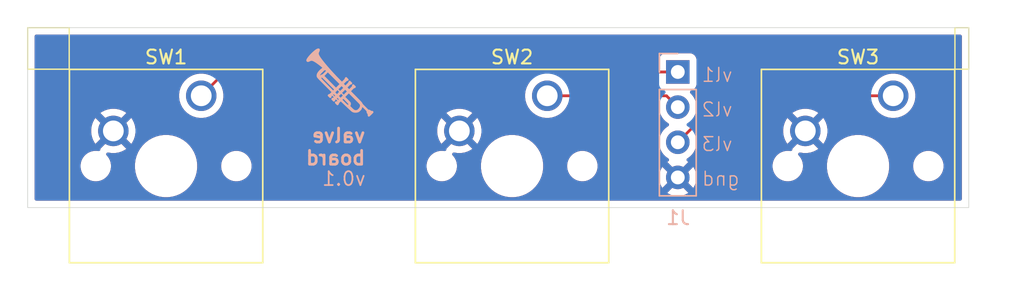
<source format=kicad_pcb>
(kicad_pcb (version 20241229) (generator "pcbnew") (generator_version "9.0")
  (layers (0 "F.Cu" signal) (2 "B.Cu" signal) (13 "F.Paste" user) (15 "B.Paste" user) (5 "F.SilkS" user "F.Silkscreen") (7 "B.SilkS" user "B.Silkscreen") (1 "F.Mask" user) (3 "B.Mask" user) (25 "Edge.Cuts" user))
  (net 0 "")
  (net 1 "/VALVE2")
  (net 2 "GND")
  (net 3 "/VALVE3")
  (net 4 "/VALVE1")
  (footprint "Button_Switch_Keyboard:SW_Cherry_MX_1.00u_PCB" (layer "F.Cu") (at 162.54 124.92)
    (property "Reference" "SW3" (at -2.54 -2.794 0) (layer "F.SilkS"))
    (property "Value" "SW_Push")
    (fp_line (start -9.525 -1.905) (end 4.445 -1.905) (stroke (width 0.12)) (layer "F.SilkS"))
    (fp_line (start -9.525 12.065) (end -9.525 -1.905) (stroke (width 0.12)) (layer "F.SilkS"))
    (fp_line (start 4.445 -1.905) (end 4.445 12.065) (stroke (width 0.12)) (layer "F.SilkS"))
    (fp_line (start 4.445 12.065) (end -9.525 12.065) (stroke (width 0.12)) (layer "F.SilkS"))
    (pad "" np_thru_hole circle (at -7.62 5.08) (size 1.7 1.7) (drill 1.7) (layers "*.Cu" "*.Mask"))
    (pad "" np_thru_hole circle (at -2.54 5.08) (size 4 4) (drill 4) (layers "*.Cu" "*.Mask"))
    (pad "" np_thru_hole circle (at 2.54 5.08) (size 1.7 1.7) (drill 1.7) (layers "*.Cu" "*.Mask"))
    (pad "1" thru_hole circle (at 0 0) (size 2.2 2.2) (drill 1.5) (layers "*.Cu" "*.Mask") (net 3 "/VALVE3"))
    (pad "2" thru_hole circle (at -6.35 2.54) (size 2.2 2.2) (drill 1.5) (layers "*.Cu" "*.Mask") (net 2 "GND"))
  )
  (footprint "Button_Switch_Keyboard:SW_Cherry_MX_1.00u_PCB" (layer "F.Cu") (at 112.54 124.92)
    (property "Reference" "SW1" (at -2.54 -2.794 0) (layer "F.SilkS"))
    (property "Value" "SW_Push")
    (fp_line (start -9.525 -1.905) (end 4.445 -1.905) (stroke (width 0.12)) (layer "F.SilkS"))
    (fp_line (start -9.525 12.065) (end -9.525 -1.905) (stroke (width 0.12)) (layer "F.SilkS"))
    (fp_line (start 4.445 -1.905) (end 4.445 12.065) (stroke (width 0.12)) (layer "F.SilkS"))
    (fp_line (start 4.445 12.065) (end -9.525 12.065) (stroke (width 0.12)) (layer "F.SilkS"))
    (pad "" np_thru_hole circle (at -7.62 5.08) (size 1.7 1.7) (drill 1.7) (layers "*.Cu" "*.Mask"))
    (pad "" np_thru_hole circle (at -2.54 5.08) (size 4 4) (drill 4) (layers "*.Cu" "*.Mask"))
    (pad "" np_thru_hole circle (at 2.54 5.08) (size 1.7 1.7) (drill 1.7) (layers "*.Cu" "*.Mask"))
    (pad "1" thru_hole circle (at 0 0) (size 2.2 2.2) (drill 1.5) (layers "*.Cu" "*.Mask") (net 4 "/VALVE1"))
    (pad "2" thru_hole circle (at -6.35 2.54) (size 2.2 2.2) (drill 1.5) (layers "*.Cu" "*.Mask") (net 2 "GND"))
  )
  (footprint "Button_Switch_Keyboard:SW_Cherry_MX_1.00u_PCB" (layer "F.Cu") (at 137.54 124.92)
    (property "Reference" "SW2" (at -2.54 -2.794 0) (layer "F.SilkS"))
    (property "Value" "SW_Push")
    (fp_line (start -9.525 -1.905) (end 4.445 -1.905) (stroke (width 0.12)) (layer "F.SilkS"))
    (fp_line (start -9.525 12.065) (end -9.525 -1.905) (stroke (width 0.12)) (layer "F.SilkS"))
    (fp_line (start 4.445 -1.905) (end 4.445 12.065) (stroke (width 0.12)) (layer "F.SilkS"))
    (fp_line (start 4.445 12.065) (end -9.525 12.065) (stroke (width 0.12)) (layer "F.SilkS"))
    (pad "" np_thru_hole circle (at -7.62 5.08) (size 1.7 1.7) (drill 1.7) (layers "*.Cu" "*.Mask"))
    (pad "" np_thru_hole circle (at -2.54 5.08) (size 4 4) (drill 4) (layers "*.Cu" "*.Mask"))
    (pad "" np_thru_hole circle (at 2.54 5.08) (size 1.7 1.7) (drill 1.7) (layers "*.Cu" "*.Mask"))
    (pad "1" thru_hole circle (at 0 0) (size 2.2 2.2) (drill 1.5) (layers "*.Cu" "*.Mask") (net 1 "/VALVE2"))
    (pad "2" thru_hole circle (at -6.35 2.54) (size 2.2 2.2) (drill 1.5) (layers "*.Cu" "*.Mask") (net 2 "GND"))
  )
  (footprint "Connector_PinSocket_2.54mm:PinSocket_1x04_P2.54mm_Vertical" (layer "B.Cu") (at 146.975 123.2 180)
    (property "Reference" "J1" (at -0.025 -10.54 0) (layer "B.SilkS") (effects (justify mirror)))
    (property "Value" "mainboard_connector")
    (fp_line (start 1.33 1.33) (end 1.33 0) (stroke (width 0.12)) (layer "B.SilkS"))
    (fp_line (start 1.33 -1.27) (end 1.33 -8.95) (stroke (width 0.12)) (layer "B.SilkS"))
    (fp_line (start 0 1.33) (end 1.33 1.33) (stroke (width 0.12)) (layer "B.SilkS"))
    (fp_line (start -1.33 -1.27) (end 1.33 -1.27) (stroke (width 0.12)) (layer "B.SilkS"))
    (fp_line (start -1.33 -1.27) (end -1.33 -8.95) (stroke (width 0.12)) (layer "B.SilkS"))
    (fp_line (start -1.33 -8.95) (end 1.33 -8.95) (stroke (width 0.12)) (layer "B.SilkS"))
    (pad "1" thru_hole rect (at 0 0 180) (size 1.7 1.7) (drill 1) (layers "*.Cu" "*.Mask") (net 4 "/VALVE1"))
    (pad "2" thru_hole circle (at 0 -2.54 180) (size 1.7 1.7) (drill 1) (layers "*.Cu" "*.Mask") (net 1 "/VALVE2"))
    (pad "3" thru_hole circle (at 0 -5.08 180) (size 1.7 1.7) (drill 1) (layers "*.Cu" "*.Mask") (net 3 "/VALVE3"))
    (pad "4" thru_hole circle (at 0 -7.62 180) (size 1.7 1.7) (drill 1) (layers "*.Cu" "*.Mask") (net 2 "GND"))
  )
  (gr_rect (start 100 120) (end 103 123) (stroke (width 0.1)) (fill no) (layer "F.SilkS"))
  (gr_rect (start 167 120) (end 168 123) (stroke (width 0.1)) (fill no) (layer "F.SilkS"))
  (gr_poly (pts (xy 121 121.5) (xy 120.986542 121.50105) (xy 120.972445 121.50314) (xy 120.95773 121.506292) (xy 120.942419 121.510525) (xy 120.926533 121.515861) (xy 120.910094 121.522321) (xy 120.893123 121.529927) (xy 120.875643 121.538698) (xy 120.851593 121.552402) (xy 120.825019 121.569379) (xy 120.796213 121.589367) (xy 120.765468 121.612106) (xy 120.733078 121.637336) (xy 120.699334 121.664797) (xy 120.664529 121.694227) (xy 120.628957 121.725366) (xy 120.59291 121.757954) (xy 120.55668 121.79173) (xy 120.520562 121.826433) (xy 120.484847 121.861804) (xy 120.449828 121.897581) (xy 120.415798 121.933504) (xy 120.38305 121.969312) (xy 120.351876 122.004746) (xy 120.313577 122.04989) (xy 120.279141 122.091974) (xy 120.248505 122.131147) (xy 120.221607 122.167558) (xy 120.198383 122.201358) (xy 120.178771 122.232695) (xy 120.162708 122.261721) (xy 120.150131 122.288583) (xy 120.140977 122.313433) (xy 120.135183 122.336419) (xy 120.133526 122.34726) (xy 120.132686 122.357691) (xy 120.132654 122.367731) (xy 120.133423 122.377399) (xy 120.134985 122.386714) (xy 120.137332 122.395693) (xy 120.140456 122.404357) (xy 120.144349 122.412723) (xy 120.149004 122.42081) (xy 120.154412 122.428637) (xy 120.167458 122.443586) (xy 120.172292 122.448232) (xy 120.177173 122.452541) (xy 120.182117 122.456511) (xy 120.187137 122.460141) (xy 120.192248 122.463428) (xy 120.197465 122.466372) (xy 120.2028 122.468971) (xy 120.20827 122.471223) (xy 120.213888 122.473128) (xy 120.219668 122.474683) (xy 120.225626 122.475887) (xy 120.231774 122.476738) (xy 120.238128 122.477235) (xy 120.244702 122.477377) (xy 120.25151 122.477162) (xy 120.258567 122.476588) (xy 120.265887 122.475654) (xy 120.273484 122.474359) (xy 120.281372 122.472701) (xy 120.289567 122.470678) (xy 120.298081 122.468289) (xy 120.306931 122.465532) (xy 120.316129 122.462406) (xy 120.32569 122.45891) (xy 120.34596 122.4508) (xy 120.367856 122.44119) (xy 120.391491 122.430067) (xy 120.41698 122.41742) (xy 120.426513 122.412808) (xy 120.436008 122.408673) (xy 120.445494 122.405025) (xy 120.454999 122.401871) (xy 120.464551 122.39922) (xy 120.474179 122.397081) (xy 120.48391 122.395463) (xy 120.493773 122.394375) (xy 120.503795 122.393825) (xy 120.514006 122.393822) (xy 120.524432 122.394375) (xy 120.535103 122.395493) (xy 120.546046 122.397183) (xy 120.557289 122.399456) (xy 120.568862 122.40232) (xy 120.58079 122.405783) (xy 120.593104 122.409854) (xy 120.605831 122.414543) (xy 120.618999 122.419857) (xy 120.632636 122.425806) (xy 120.661431 122.439641) (xy 120.692441 122.45612) (xy 120.725891 122.475312) (xy 120.762006 122.497287) (xy 120.801012 122.522115) (xy 120.843132 122.549866) (xy 120.901612 122.59042) (xy 120.970524 122.640494) (xy 121.04425 122.695718) (xy 121.117172 122.751723) (xy 121.183669 122.804139) (xy 121.238124 122.848596) (xy 121.274917 122.880725) (xy 121.284935 122.8908) (xy 121.28843 122.896156) (xy 121.288297 122.896667) (xy 121.287903 122.897377) (xy 121.286355 122.899367) (xy 121.283839 122.902081) (xy 121.280408 122.905474) (xy 121.276112 122.909503) (xy 121.271005 122.914122) (xy 121.258563 122.924954) (xy 121.243501 122.937614) (xy 121.226234 122.951746) (xy 121.207181 122.966993) (xy 121.186757 122.983) (xy 121.164082 123.001216) (xy 121.141471 123.020598) (xy 121.119051 123.040992) (xy 121.096951 123.06224) (xy 121.075299 123.084188) (xy 121.054224 123.106679) (xy 121.033855 123.129557) (xy 121.014318 123.152667) (xy 120.995743 123.175852) (xy 120.978258 123.198957) (xy 120.961992 123.221826) (xy 120.947072 123.244304) (xy 120.933628 123.266233) (xy 120.921787 123.287458) (xy 120.911678 123.307824) (xy 120.903429 123.327175) (xy 120.898716 123.340258) (xy 120.894472 123.353903) (xy 120.890703 123.368007) (xy 120.887417 123.38247) (xy 120.88462 123.397189) (xy 120.882321 123.412063) (xy 120.880525 123.426991) (xy 120.879241 123.441869) (xy 120.878474 123.456598) (xy 120.878232 123.471075) (xy 120.878522 123.485198) (xy 120.879352 123.498867) (xy 120.880727 123.511978) (xy 120.882656 123.524432) (xy 120.885145 123.536125) (xy 120.888201 123.546956) (xy 120.89283 123.559818) (xy 120.895619 123.566373) (xy 120.898821 123.573117) (xy 120.90251 123.580131) (xy 120.906761 123.587493) (xy 120.911646 123.595284) (xy 120.917239 123.603585) (xy 120.923613 123.612474) (xy 120.930843 123.622033) (xy 120.939001 123.63234) (xy 120.948161 123.643477) (xy 120.969782 123.668556) (xy 120.996294 123.697911) (xy 121.028285 123.732181) (xy 121.066343 123.772007) (xy 121.111057 123.818027) (xy 121.163015 123.870881) (xy 121.291016 123.999653) (xy 121.455053 124.163441) (xy 121.949334 124.656052) (xy 121.87557 124.729815) (xy 121.855833 124.749235) (xy 121.847112 124.75754) (xy 121.839098 124.764949) (xy 121.831747 124.771493) (xy 121.825018 124.7772) (xy 121.818866 124.782102) (xy 121.813249 124.786229) (xy 121.808124 124.789609) (xy 121.803447 124.792275) (xy 121.799175 124.794255) (xy 121.795266 124.79558) (xy 121.791676 124.79628) (xy 121.788362 124.796385) (xy 121.785281 124.795925) (xy 121.782391 124.794931) (xy 121.781091 124.794411) (xy 121.779756 124.793993) (xy 121.778383 124.793679) (xy 121.776972 124.793469) (xy 121.775521 124.793364) (xy 121.774028 124.793364) (xy 121.772493 124.793471) (xy 121.770914 124.793685) (xy 121.769289 124.794007) (xy 121.767618 124.794437) (xy 121.765898 124.794977) (xy 121.764129 124.795628) (xy 121.762309 124.79639) (xy 121.760437 124.797263) (xy 121.75851 124.79825) (xy 121.756529 124.799349) (xy 121.754492 124.800563) (xy 121.752397 124.801892) (xy 121.748028 124.804899) (xy 121.743412 124.808375) (xy 121.738537 124.812327) (xy 121.733394 124.816761) (xy 121.72797 124.821684) (xy 121.722255 124.827102) (xy 121.716238 124.833021) (xy 121.705896 124.843672) (xy 121.701301 124.848696) (xy 121.697097 124.853549) (xy 121.69329 124.858252) (xy 121.689886 124.862829) (xy 121.68689 124.867301) (xy 121.684309 124.87169) (xy 121.682146 124.87602) (xy 121.68041 124.880312) (xy 121.679104 124.884588) (xy 121.678234 124.888871) (xy 121.677807 124.893183) (xy 121.677828 124.897546) (xy 121.678302 124.901983) (xy 121.679236 124.906515) (xy 121.680634 124.911166) (xy 121.682503 124.915957) (xy 121.684849 124.92091) (xy 121.687676 124.926048) (xy 121.69099 124.931394) (xy 121.694798 124.936969) (xy 121.699104 124.942795) (xy 121.703915 124.948895) (xy 121.709236 124.955292) (xy 121.715073 124.962007) (xy 121.728317 124.976482) (xy 121.743691 124.992497) (xy 121.761242 125.010232) (xy 121.78387 125.032595) (xy 121.793528 125.041859) (xy 121.802226 125.049935) (xy 121.810074 125.05689) (xy 121.817182 125.062794) (xy 121.823657 125.067714) (xy 121.829611 125.071717) (xy 121.83515 125.074873) (xy 121.840385 125.077248) (xy 121.845425 125.078911) (xy 121.850379 125.07993) (xy 121.855356 125.080373) (xy 121.860464 125.080308) (xy 121.865814 125.079802) (xy 121.871514 125.078924) (xy 121.876007 125.078038) (xy 121.880421 125.076978) (xy 121.884754 125.075748) (xy 121.889002 125.07435) (xy 121.893163 125.072789) (xy 121.897233 125.071067) (xy 121.90121 125.069188) (xy 121.90509 125.067155) (xy 121.90887 125.064971) (xy 121.912548 125.06264) (xy 121.91612 125.060165) (xy 121.919584 125.057549) (xy 121.922936 125.054796) (xy 121.926173 125.051908) (xy 121.929292 125.04889) (xy 121.932291 125.045744) (xy 121.935166 125.042474) (xy 121.937914 125.039083) (xy 121.940533 125.035575) (xy 121.943018 125.031952) (xy 121.945368 125.028218) (xy 121.947578 125.024376) (xy 121.949647 125.02043) (xy 121.951571 125.016383) (xy 121.953347 125.012238) (xy 121.954972 125.007999) (xy 121.956443 125.003668) (xy 121.957757 124.999249) (xy 121.958911 124.994746) (xy 121.959902 124.990161) (xy 121.960727 124.985499) (xy 121.961383 124.980762) (xy 121.963232 124.967136) (xy 121.965354 124.955265) (xy 121.966536 124.949985) (xy 121.967809 124.945141) (xy 121.96918 124.940733) (xy 121.970656 124.936758) (xy 121.972244 124.933216) (xy 121.973954 124.930107) (xy 121.975791 124.927429) (xy 121.977763 124.925182) (xy 121.979877 124.923365) (xy 121.982142 124.921976) (xy 121.984565 124.921015) (xy 121.987152 124.920481) (xy 121.989912 124.920374) (xy 121.992851 124.920691) (xy 121.995978 124.921433) (xy 121.999299 124.922598) (xy 122.002823 124.924186) (xy 122.006556 124.926195) (xy 122.010506 124.928625) (xy 122.014681 124.931475) (xy 122.019088 124.934744) (xy 122.023734 124.938431) (xy 122.033773 124.947056) (xy 122.04486 124.957342) (xy 122.057052 124.969282) (xy 122.074404 124.986899) (xy 122.08158 124.994445) (xy 122.087804 125.001235) (xy 122.093113 125.00733) (xy 122.097542 125.012795) (xy 122.101127 125.01769) (xy 122.103906 125.02208) (xy 122.105913 125.026028) (xy 122.106638 125.027855) (xy 122.107184 125.029595) (xy 122.107556 125.031256) (xy 122.107757 125.032846) (xy 122.107793 125.034372) (xy 122.107667 125.035843) (xy 122.107384 125.037265) (xy 122.10695 125.038648) (xy 122.106367 125.039998) (xy 122.105642 125.041325) (xy 122.103779 125.043936) (xy 122.101398 125.046545) (xy 122.100514 125.04738) (xy 122.099563 125.048185) (xy 122.098548 125.048962) (xy 122.097471 125.049708) (xy 122.095145 125.051108) (xy 122.092609 125.052381) (xy 122.089887 125.053523) (xy 122.087003 125.054527) (xy 122.083981 125.055389) (xy 122.080846 125.056106) (xy 122.07762 125.05667) (xy 122.074329 125.057079) (xy 122.070996 125.057326) (xy 122.067646 125.057408) (xy 122.064302 125.057319) (xy 122.060987 125.057054) (xy 122.057728 125.056609) (xy 122.054546 125.055979) (xy 122.050206 125.055126) (xy 122.048082 125.054829) (xy 122.045984 125.054619) (xy 122.043905 125.054501) (xy 122.041843 125.054475) (xy 122.039792 125.054545) (xy 122.037748 125.054713) (xy 122.035708 125.05498) (xy 122.033665 125.055349) (xy 122.031617 125.055822) (xy 122.029557 125.056402) (xy 122.027483 125.05709) (xy 122.02539 125.057889) (xy 122.023272 125.058802) (xy 122.021127 125.059829) (xy 122.018948 125.060974) (xy 122.016733 125.062239) (xy 122.012172 125.065138) (xy 122.00741 125.068542) (xy 122.002411 125.07247) (xy 121.997139 125.076939) (xy 121.991558 125.081968) (xy 121.985634 125.087575) (xy 121.979331 125.093776) (xy 121.974765 125.098458) (xy 121.970327 125.103238) (xy 121.96604 125.10808) (xy 121.961927 125.112951) (xy 121.958012 125.117815) (xy 121.954316 125.122639) (xy 121.950863 125.127387) (xy 121.947676 125.132026) (xy 121.944777 125.136521) (xy 121.942191 125.140837) (xy 121.93994 125.14494) (xy 121.938046 125.148795) (xy 121.936533 125.152368) (xy 121.935424 125.155624) (xy 121.934742 125.158529) (xy 121.934509 125.161049) (xy 121.934599 125.162438) (xy 121.934866 125.163971) (xy 121.935309 125.165646) (xy 121.935926 125.16746) (xy 121.937675 125.171499) (xy 121.940097 125.176066) (xy 121.943178 125.181145) (xy 121.946903 125.186715) (xy 121.951257 125.192758) (xy 121.956226 125.199254) (xy 121.961793 125.206186) (xy 121.967945 125.213533) (xy 121.974667 125.221277) (xy 121.981943 125.229399) (xy 121.989759 125.23788) (xy 121.9981 125.246701) (xy 122.006952 125.255843) (xy 122.016298 125.265288) (xy 122.041242 125.289987) (xy 122.051817 125.30019) (xy 122.061291 125.309068) (xy 122.069784 125.316699) (xy 122.077419 125.323161) (xy 122.084319 125.328534) (xy 122.090605 125.332896) (xy 122.096399 125.336326) (xy 122.101823 125.338903) (xy 122.107 125.340705) (xy 122.112051 125.341811) (xy 122.117098 125.342299) (xy 122.122264 125.342249) (xy 122.12767 125.341739) (xy 122.133439 125.340848) (xy 122.137588 125.340028) (xy 122.141695 125.339041) (xy 122.145754 125.33789) (xy 122.149761 125.336582) (xy 122.157598 125.333507) (xy 122.165169 125.329854) (xy 122.172437 125.32566) (xy 122.179363 125.320961) (xy 122.185911 125.315795) (xy 122.192043 125.310198) (xy 122.197721 125.304207) (xy 122.202908 125.297859) (xy 122.207565 125.291191) (xy 122.211656 125.28424) (xy 122.213478 125.28067) (xy 122.215143 125.277042) (xy 122.216648 125.273363) (xy 122.217988 125.269635) (xy 122.219159 125.265865) (xy 122.220154 125.262056) (xy 122.220971 125.258213) (xy 122.221603 125.25434) (xy 122.222162 125.250981) (xy 122.222916 125.247498) (xy 122.223853 125.24392) (xy 122.224959 125.240273) (xy 122.226222 125.236585) (xy 122.227629 125.232883) (xy 122.229168 125.229194) (xy 122.230824 125.225546) (xy 122.232585 125.221966) (xy 122.234439 125.218481) (xy 122.236372 125.215119) (xy 122.238372 125.211907) (xy 122.240425 125.208872) (xy 122.242519 125.206042) (xy 122.244641 125.203443) (xy 122.246777 125.201103) (xy 122.25024 125.197659) (xy 122.251879 125.196146) (xy 122.253471 125.194779) (xy 122.255027 125.193562) (xy 122.256557 125.192501) (xy 122.258074 125.1916) (xy 122.259588 125.190865) (xy 122.26111 125.190301) (xy 122.26265 125.189913) (xy 122.264221 125.189705) (xy 122.265833 125.189682) (xy 122.267497 125.189851) (xy 122.269224 125.190215) (xy 122.271025 125.190779) (xy 122.272911 125.191549) (xy 122.274893 125.192529) (xy 122.276983 125.193725) (xy 122.279191 125.195141) (xy 122.281527 125.196783) (xy 122.284004 125.198655) (xy 122.286633 125.200763) (xy 122.289423 125.203111) (xy 122.292387 125.205705) (xy 122.295534 125.208548) (xy 122.298878 125.211648) (xy 122.306194 125.218632) (xy 122.314423 125.226698) (xy 122.323654 125.235885) (xy 122.334863 125.247376) (xy 122.344467 125.257856) (xy 122.352456 125.267361) (xy 122.355843 125.27176) (xy 122.358824 125.275929) (xy 122.361396 125.279873) (xy 122.363561 125.283597) (xy 122.365316 125.287105) (xy 122.36666 125.290402) (xy 122.367593 125.293493) (xy 122.368113 125.296382) (xy 122.36822 125.299074) (xy 122.367912 125.301574) (xy 122.367188 125.303886) (xy 122.366049 125.306016) (xy 122.364491 125.307966) (xy 122.362515 125.309744) (xy 122.36012 125.311352) (xy 122.357304 125.312796) (xy 122.354066 125.31408) (xy 122.350406 125.315209) (xy 122.346323 125.316188) (xy 122.341815 125.317022) (xy 122.336881 125.317714) (xy 122.331521 125.31827) (xy 122.319517 125.318991) (xy 122.305795 125.319224) (xy 122.300783 125.319327) (xy 122.295839 125.319636) (xy 122.290969 125.320147) (xy 122.286176 125.320856) (xy 122.281464 125.32176) (xy 122.276838 125.322856) (xy 122.272302 125.32414) (xy 122.267859 125.325609) (xy 122.263513 125.327258) (xy 122.25927 125.329086) (xy 122.255132 125.331089) (xy 122.251105 125.333262) (xy 122.247192 125.335603) (xy 122.243397 125.338108) (xy 122.239724 125.340774) (xy 122.236178 125.343597) (xy 122.232762 125.346575) (xy 122.229481 125.349703) (xy 122.226339 125.352978) (xy 122.223339 125.356397) (xy 122.220487 125.359956) (xy 122.217786 125.363652) (xy 122.215239 125.367481) (xy 122.212852 125.371441) (xy 122.210629 125.375527) (xy 122.208572 125.379737) (xy 122.206688 125.384066) (xy 122.204979 125.388512) (xy 122.203449 125.393071) (xy 122.202104 125.397739) (xy 122.200946 125.402513) (xy 122.199981 125.40739) (xy 122.199089 125.413165) (xy 122.198781 125.415909) (xy 122.198578 125.418577) (xy 122.198491 125.421185) (xy 122.19853 125.423748) (xy 122.198704 125.426282) (xy 122.199023 125.428803) (xy 122.199498 125.431325) (xy 122.200138 125.433864) (xy 122.200954 125.436435) (xy 122.201954 125.439055) (xy 122.203151 125.441738) (xy 122.204552 125.444499) (xy 122.206169 125.447355) (xy 122.208011 125.450321) (xy 122.210088 125.453411) (xy 122.212411 125.456642) (xy 122.214988 125.460029) (xy 122.217831 125.463587) (xy 122.220949 125.467331) (xy 122.224353 125.471278) (xy 122.232055 125.47984) (xy 122.241017 125.489395) (xy 122.25132 125.500068) (xy 122.263043 125.51198) (xy 122.276266 125.525257) (xy 122.298711 125.547374) (xy 122.308634 125.556863) (xy 122.317766 125.565361) (xy 122.326165 125.572909) (xy 122.333889 125.57955) (xy 122.340995 125.585325) (xy 122.347541 125.590275) (xy 122.353583 125.594442) (xy 122.35918 125.597868) (xy 122.364389 125.600594) (xy 122.369267 125.602662) (xy 122.373872 125.604113) (xy 122.37826 125.604989) (xy 122.382491 125.605332) (xy 122.38662 125.605183) (xy 122.386609 125.605192) (xy 122.390367 125.604677) (xy 122.394225 125.603828) (xy 122.398169 125.60266) (xy 122.402186 125.601189) (xy 122.40626 125.59943) (xy 122.410379 125.597397) (xy 122.414528 125.595106) (xy 122.418693 125.592571) (xy 122.427016 125.58683) (xy 122.435235 125.580295) (xy 122.443239 125.573086) (xy 122.450916 125.565322) (xy 122.458154 125.557123) (xy 122.464841 125.548609) (xy 122.470865 125.539899) (xy 122.476114 125.531114) (xy 122.478413 125.526731) (xy 122.480476 125.522374) (xy 122.48229 125.518057) (xy 122.483839 125.513797) (xy 122.485112 125.509608) (xy 122.486092 125.505505) (xy 122.486767 125.501502) (xy 122.487122 125.497616) (xy 122.48755 125.49283) (xy 122.488373 125.488017) (xy 122.489616 125.483139) (xy 122.491304 125.47816) (xy 122.493461 125.473042) (xy 122.496113 125.467748) (xy 122.499286 125.462243) (xy 122.503003 125.456488) (xy 122.507291 125.450447) (xy 122.512173 125.444083) (xy 122.517676 125.43736) (xy 122.523824 125.43024) (xy 122.530642 125.422687) (xy 122.538155 125.414663) (xy 122.546388 125.406132) (xy 122.555367 125.397056) (xy 122.621915 125.330508) (xy 122.81624 125.515038) (xy 123.014743 125.702259) (xy 123.219114 125.893259) (xy 123.286081 125.955292) (xy 123.338264 126.002937) (xy 123.37873 126.038545) (xy 123.395527 126.05257) (xy 123.410546 126.064469) (xy 123.424169 126.074535) (xy 123.436779 126.083061) (xy 123.448761 126.090343) (xy 123.460497 126.096674) (xy 123.472372 126.102348) (xy 123.484768 126.10766) (xy 123.512657 126.11837) (xy 123.532665 126.125132) (xy 123.553514 126.130965) (xy 123.575095 126.135871) (xy 123.597297 126.139849) (xy 123.620011 126.142902) (xy 123.643127 126.145029) (xy 123.666534 126.146231) (xy 123.690122 126.14651) (xy 123.713781 126.145867) (xy 123.737401 126.144301) (xy 123.760872 126.141814) (xy 123.784084 126.138407) (xy 123.806926 126.134081) (xy 123.829289 126.128836) (xy 123.851063 126.122674) (xy 123.872136 126.115595) (xy 123.88425 126.111081) (xy 123.895489 126.106656) (xy 123.905986 126.102228) (xy 123.915873 126.097706) (xy 123.925284 126.092997) (xy 123.93435 126.08801) (xy 123.943204 126.082653) (xy 123.951979 126.076835) (xy 123.960806 126.070464) (xy 123.969819 126.063447) (xy 123.97915 126.055693) (xy 123.988932 126.047112) (xy 123.999296 126.037609) (xy 124.010375 126.027095) (xy 124.03521 126.002663) (xy 124.05024 125.987555) (xy 124.063598 125.973861) (xy 124.075472 125.96124) (xy 124.08605 125.949355) (xy 124.09552 125.937867) (xy 124.104069 125.926435) (xy 124.108056 125.920635) (xy 124.111884 125.914723) (xy 124.115575 125.908655) (xy 124.119153 125.902389) (xy 124.126065 125.889096) (xy 124.132805 125.874505) (xy 124.139562 125.858275) (xy 124.146524 125.84007) (xy 124.153878 125.819549) (xy 124.161811 125.796373) (xy 124.180167 125.740703) (xy 124.180545 125.740361) (xy 124.181316 125.740422) (xy 124.18247 125.740876) (xy 124.183996 125.741713) (xy 124.188129 125.744504) (xy 124.193632 125.74872) (xy 124.200426 125.754288) (xy 124.20843 125.761135) (xy 124.217564 125.769187) (xy 124.227746 125.778371) (xy 124.250934 125.799843) (xy 124.277352 125.824962) (xy 124.306353 125.853143) (xy 124.337294 125.883797) (xy 124.385317 125.931995) (xy 124.422134 125.96959) (xy 124.449199 125.998411) (xy 124.459529 126.010103) (xy 124.467966 126.020287) (xy 124.474691 126.029193) (xy 124.479886 126.037049) (xy 124.483733 126.044083) (xy 124.486414 126.050525) (xy 124.488109 126.056603) (xy 124.489002 126.062545) (xy 124.489272 126.068581) (xy 124.489103 126.07494) (xy 124.488874 126.084905) (xy 124.489171 126.094911) (xy 124.489978 126.104922) (xy 124.491283 126.114898) (xy 124.493071 126.124803) (xy 124.49533 126.134598) (xy 124.498046 126.144247) (xy 124.501206 126.153712) (xy 124.504794 126.162954) (xy 124.508799 126.171936) (xy 124.513207 126.180622) (xy 124.518003 126.188972) (xy 124.523175 126.19695) (xy 124.528709 126.204518) (xy 124.53459 126.211638) (xy 124.540807 126.218272) (xy 124.544622 126.2223) (xy 124.548123 126.226449) (xy 124.551315 126.230743) (xy 124.554207 126.235207) (xy 124.556805 126.239867) (xy 124.559118 126.244746) (xy 124.561151 126.249869) (xy 124.562913 126.255261) (xy 124.56441 126.260947) (xy 124.565651 126.266952) (xy 124.566641 126.273299) (xy 124.567389 126.280014) (xy 124.567902 126.287122) (xy 124.568186 126.294647) (xy 124.56825 126.302614) (xy 124.568101 126.311047) (xy 124.56813 126.324497) (xy 124.569009 126.337293) (xy 124.57071 126.349399) (xy 124.573209 126.360783) (xy 124.57648 126.37141) (xy 124.578397 126.37643) (xy 124.580498 126.381247) (xy 124.582779 126.385858) (xy 124.585237 126.390259) (xy 124.587869 126.394445) (xy 124.590672 126.398413) (xy 124.593642 126.402157) (xy 124.596777 126.405674) (xy 124.600073 126.408959) (xy 124.603527 126.412008) (xy 124.607136 126.414817) (xy 124.610897 126.417382) (xy 124.614806 126.419698) (xy 124.618861 126.421761) (xy 124.623058 126.423567) (xy 124.627394 126.425112) (xy 124.631865 126.426391) (xy 124.63647 126.427401) (xy 124.641203 126.428136) (xy 124.646063 126.428593) (xy 124.651046 126.428767) (xy 124.656149 126.428654) (xy 124.658872 126.428456) (xy 124.661602 126.428123) (xy 124.664358 126.427641) (xy 124.667158 126.426996) (xy 124.670021 126.426172) (xy 124.672964 126.425155) (xy 124.676005 126.423931) (xy 124.679163 126.422485) (xy 124.682457 126.420802) (xy 124.685903 126.418867) (xy 124.689521 126.416667) (xy 124.693328 126.414186) (xy 124.697344 126.41141) (xy 124.701585 126.408324) (xy 124.710818 126.401164) (xy 124.721173 126.392589) (xy 124.732796 126.382483) (xy 124.745832 126.370729) (xy 124.760427 126.357209) (xy 124.776726 126.341808) (xy 124.794875 126.324407) (xy 124.837304 126.28314) (xy 124.891031 126.23012) (xy 124.912771 126.208077) (xy 124.931303 126.18861) (xy 124.946783 126.171421) (xy 124.959368 126.156209) (xy 124.969215 126.142673) (xy 124.97316 126.13644) (xy 124.976479 126.130513) (xy 124.979192 126.124856) (xy 124.981318 126.11943) (xy 124.982876 126.114197) (xy 124.983886 126.109122) (xy 124.984368 126.104165) (xy 124.984342 126.09929) (xy 124.983826 126.094458) (xy 124.98284 126.089633) (xy 124.981404 126.084776) (xy 124.979537 126.079851) (xy 124.97459 126.069644) (xy 124.968156 126.058712) (xy 124.960389 126.046754) (xy 124.956647 126.041315) (xy 124.953016 126.036439) (xy 124.95122 126.034203) (xy 124.949425 126.032097) (xy 124.947623 126.030117) (xy 124.945805 126.02826) (xy 124.943963 126.026521) (xy 124.942087 126.024898) (xy 124.940169 126.023387) (xy 124.938201 126.021984) (xy 124.936173 126.020685) (xy 124.934077 126.019487) (xy 124.931904 126.018386) (xy 124.929645 126.017379) (xy 124.927292 126.016461) (xy 124.924837 126.01563) (xy 124.922269 126.014881) (xy 124.919581 126.014212) (xy 124.916764 126.013618) (xy 124.91381 126.013095) (xy 124.910708 126.012641) (xy 124.907452 126.012251) (xy 124.904031 126.011922) (xy 124.900439 126.01165) (xy 124.8927 126.011264) (xy 124.884167 126.011063) (xy 124.874769 126.011017) (xy 124.865918 126.010941) (xy 124.857666 126.010659) (xy 124.849959 126.010151) (xy 124.84274 126.009396) (xy 124.835953 126.008374) (xy 124.829542 126.007064) (xy 124.823451 126.005445) (xy 124.817625 126.003495) (xy 124.812008 126.001195) (xy 124.806544 125.998523) (xy 124.801176 125.995459) (xy 124.79585 125.991981) (xy 124.790509 125.98807) (xy 124.785097 125.983703) (xy 124.779559 125.978861) (xy 124.773838 125.973522) (xy 124.768713 125.968782) (xy 124.763503 125.964318) (xy 124.758198 125.960123) (xy 124.752786 125.956195) (xy 124.747257 125.952526) (xy 124.7416 125.949113) (xy 124.735805 125.945951) (xy 124.729862 125.943034) (xy 124.723758 125.940358) (xy 124.717484 125.937917) (xy 124.711029 125.935708) (xy 124.704383 125.933724) (xy 124.697534 125.931961) (xy 124.690472 125.930414) (xy 124.683186 125.929078) (xy 124.675667 125.927948) (xy 124.616727 125.920015) (xy 124.405164 125.708451) (xy 124.343189 125.646237) (xy 124.324311 125.627022) (xy 124.009923 125.627022) (xy 124.009913 125.643429) (xy 124.00861 125.65997) (xy 124.006022 125.67663) (xy 124.002155 125.693394) (xy 123.997014 125.710244) (xy 123.990608 125.727168) (xy 123.982942 125.744147) (xy 123.974022 125.761168) (xy 123.963855 125.778215) (xy 123.952447 125.795271) (xy 123.939806 125.812322) (xy 123.925936 125.829353) (xy 123.910846 125.846346) (xy 123.89454 125.863288) (xy 123.871874 125.885603) (xy 123.861944 125.895024) (xy 123.852781 125.903396) (xy 123.844257 125.9108) (xy 123.836245 125.917317) (xy 123.828619 125.923028) (xy 123.82125 125.928015) (xy 123.814012 125.932358) (xy 123.806779 125.936139) (xy 123.799422 125.939439) (xy 123.791815 125.942339) (xy 123.783831 125.94492) (xy 123.775343 125.947264) (xy 123.766223 125.949451) (xy 123.756345 125.951563) (xy 123.736801 125.955075) (xy 123.718287 125.957319) (xy 123.709345 125.95793) (xy 123.700576 125.958179) (xy 123.691951 125.958054) (xy 123.683441 125.95754) (xy 123.675018 125.956622) (xy 123.666653 125.955286) (xy 123.658319 125.953517) (xy 123.649987 125.951302) (xy 123.641627 125.948625) (xy 123.633213 125.945472) (xy 123.624715 125.941828) (xy 123.616105 125.93768) (xy 123.607354 125.933013) (xy 123.598434 125.927812) (xy 123.589318 125.922063) (xy 123.579975 125.915751) (xy 123.560499 125.901383) (xy 123.539779 125.884591) (xy 123.517587 125.865261) (xy 123.493696 125.843276) (xy 123.467879 125.818522) (xy 123.439907 125.790882) (xy 123.307342 125.658332) (xy 123.329784 125.623258) (xy 123.334942 125.614128) (xy 123.339568 125.603787) (xy 123.34365 125.592394) (xy 123.34718 125.580103) (xy 123.350147 125.567073) (xy 123.352541 125.553459) (xy 123.354352 125.539418) (xy 123.35478 125.534386) (xy 123.173746 125.534386) (xy 123.173583 125.538523) (xy 123.17241 125.542214) (xy 123.170419 125.545692) (xy 123.167399 125.550008) (xy 123.164415 125.553945) (xy 123.161434 125.55748) (xy 123.158421 125.560591) (xy 123.155344 125.563258) (xy 123.153771 125.564419) (xy 123.152169 125.56546) (xy 123.150535 125.566379) (xy 123.148863 125.567174) (xy 123.147151 125.567842) (xy 123.145393 125.568379) (xy 123.143585 125.568785) (xy 123.141724 125.569055) (xy 123.139805 125.569187) (xy 123.137824 125.569179) (xy 123.135777 125.569027) (xy 123.133659 125.56873) (xy 123.131467 125.568284) (xy 123.129196 125.567687) (xy 123.126842 125.566936) (xy 123.124401 125.566028) (xy 123.121869 125.564961) (xy 123.119242 125.563732) (xy 123.113683 125.560778) (xy 123.107693 125.557144) (xy 123.101238 125.552809) (xy 123.094284 125.547752) (xy 123.086798 125.54195) (xy 123.078746 125.535383) (xy 123.070095 125.52803) (xy 123.060812 125.519868) (xy 123.050864 125.510877) (xy 123.040216 125.501035) (xy 123.028836 125.49032) (xy 123.01669 125.478712) (xy 122.989966 125.452729) (xy 122.959777 125.422914) (xy 122.925857 125.389097) (xy 122.744591 125.207831) (xy 122.768445 125.183977) (xy 122.473224 125.183977) (xy 122.473159 125.185765) (xy 122.472938 125.187527) (xy 122.472565 125.189272) (xy 122.472045 125.19101) (xy 122.471382 125.192751) (xy 122.46964 125.196281) (xy 122.467372 125.199939) (xy 122.46461 125.203803) (xy 122.461552 125.207758) (xy 122.460107 125.209507) (xy 122.458702 125.211098) (xy 122.457326 125.212525) (xy 122.455969 125.213784) (xy 122.454618 125.214869) (xy 122.453262 125.215775) (xy 122.45189 125.216498) (xy 122.451195 125.216789) (xy 122.450491 125.217033) (xy 122.449777 125.217228) (xy 122.449053 125.217374) (xy 122.448315 125.217471) (xy 122.447564 125.217517) (xy 122.446798 125.217512) (xy 122.446014 125.217456) (xy 122.445213 125.217348) (xy 122.444391 125.217187) (xy 122.443549 125.216973) (xy 122.442684 125.216705) (xy 122.440882 125.216005) (xy 122.438972 125.215081) (xy 122.436944 125.213929) (xy 122.434786 125.212544) (xy 122.432488 125.210921) (xy 122.430037 125.209055) (xy 122.427422 125.20694) (xy 122.424633 125.204573) (xy 122.421657 125.201948) (xy 122.418483 125.19906) (xy 122.4151 125.195903) (xy 122.407661 125.188768) (xy 122.39925 125.1805) (xy 122.389775 125.171062) (xy 122.371736 125.152856) (xy 122.364487 125.145305) (xy 122.35836 125.138647) (xy 122.353313 125.13278) (xy 122.349303 125.127597) (xy 122.347673 125.12523) (xy 122.346287 125.122996) (xy 122.345139 125.12088) (xy 122.344224 125.11887) (xy 122.343536 125.116952) (xy 122.343069 125.115115) (xy 122.34282 125.113344) (xy 122.342781 125.111626) (xy 122.342948 125.10995) (xy 122.343316 125.1083) (xy 122.34388 125.106665) (xy 122.344632 125.105031) (xy 122.34557 125.103385) (xy 122.346687 125.101714) (xy 122.349436 125.098245) (xy 122.352838 125.09452) (xy 122.35685 125.090433) (xy 122.360959 125.086386) (xy 122.362861 125.084589) (xy 122.364679 125.082949) (xy 122.366424 125.081472) (xy 122.368109 125.080164) (xy 122.369746 125.07903) (xy 122.371349 125.078075) (xy 122.372929 125.077306) (xy 122.374499 125.076726) (xy 122.376071 125.076343) (xy 122.376862 125.076226) (xy 122.377658 125.07616) (xy 122.378462 125.076147) (xy 122.379273 125.076185) (xy 122.380094 125.076276) (xy 122.380927 125.076422) (xy 122.382633 125.076876) (xy 122.384404 125.077553) (xy 122.386252 125.078459) (xy 122.388189 125.079599) (xy 122.390229 125.080978) (xy 122.392383 125.082602) (xy 122.394663 125.084477) (xy 122.397083 125.086607) (xy 122.399655 125.088998) (xy 122.402391 125.091656) (xy 122.405304 125.094586) (xy 122.408406 125.097794) (xy 122.415227 125.105064) (xy 122.422954 125.113509) (xy 122.431686 125.123173) (xy 122.446724 125.140159) (xy 122.452866 125.147406) (xy 122.458133 125.153928) (xy 122.462557 125.159801) (xy 122.466168 125.165102) (xy 122.469 125.169911) (xy 122.470133 125.172154) (xy 122.471083 125.174304) (xy 122.471854 125.176369) (xy 122.472449 125.178359) (xy 122.472874 125.180284) (xy 122.473131 125.182153) (xy 122.473224 125.183977) (xy 122.768445 125.183977) (xy 122.777525 125.174898) (xy 122.810459 125.141964) (xy 122.997233 125.333801) (xy 123.054373 125.392672) (xy 123.098321 125.438557) (xy 123.130603 125.473323) (xy 123.142846 125.487119) (xy 123.152744 125.498835) (xy 123.160489 125.508705) (xy 123.166271 125.516962) (xy 123.17028 125.523839) (xy 123.172708 125.529569) (xy 123.173746 125.534386) (xy 123.35478 125.534386) (xy 123.35557 125.525107) (xy 123.356186 125.510683) (xy 123.356188 125.496303) (xy 123.355568 125.482122) (xy 123.354315 125.468297) (xy 123.352419 125.454986) (xy 123.34987 125.442345) (xy 123.346659 125.430531) (xy 123.342775 125.4197) (xy 123.339859 125.413473) (xy 123.335878 125.406441) (xy 123.330776 125.398545) (xy 123.3245 125.389723) (xy 123.316994 125.379914) (xy 123.308205 125.369057) (xy 123.298078 125.357091) (xy 123.286559 125.343955) (xy 123.273594 125.329588) (xy 123.259128 125.313929) (xy 123.243107 125.296917) (xy 123.225477 125.27849) (xy 123.185171 125.237152) (xy 123.137777 125.189425) (xy 122.950388 125.002035) (xy 123.053287 124.899135) (xy 122.772654 124.899135) (xy 122.693142 124.978648) (xy 122.613629 125.05816) (xy 122.552825 124.997357) (xy 122.492022 124.936553) (xy 122.506431 124.922144) (xy 122.211465 124.922144) (xy 122.211427 124.923883) (xy 122.211221 124.925602) (xy 122.210853 124.927309) (xy 122.210329 124.929018) (xy 122.209652 124.930737) (xy 122.207863 124.93425) (xy 122.205526 124.937936) (xy 122.202684 124.941881) (xy 122.199603 124.945868) (xy 122.198147 124.94763) (xy 122.196732 124.949229) (xy 122.195343 124.950659) (xy 122.19397 124.951915) (xy 122.192599 124.95299) (xy 122.191218 124.953878) (xy 122.19052 124.95425) (xy 122.189814 124.954574) (xy 122.1891 124.954848) (xy 122.188375 124.955072) (xy 122.187639 124.955244) (xy 122.186889 124.955365) (xy 122.186124 124.955433) (xy 122.185343 124.955448) (xy 122.184543 124.955409) (xy 122.183723 124.955315) (xy 122.182883 124.955166) (xy 122.182019 124.95496) (xy 122.181131 124.954697) (xy 122.180217 124.954377) (xy 122.178305 124.953559) (xy 122.17627 124.952502) (xy 122.1741 124.951199) (xy 122.171783 124.949644) (xy 122.169305 124.947831) (xy 122.166654 124.945755) (xy 122.163819 124.943409) (xy 122.160785 124.940787) (xy 122.157541 124.937884) (xy 122.154075 124.934693) (xy 122.150373 124.93121) (xy 122.142213 124.923338) (xy 122.132963 124.914221) (xy 122.122521 124.903812) (xy 122.102992 124.884117) (xy 122.09512 124.875957) (xy 122.088445 124.868788) (xy 122.08292 124.862511) (xy 122.078497 124.857024) (xy 122.07513 124.852229) (xy 122.073827 124.850059) (xy 122.07277 124.848025) (xy 122.071952 124.846113) (xy 122.071369 124.844312) (xy 122.071014 124.842608) (xy 122.070882 124.840989) (xy 122.070965 124.839443) (xy 122.071259 124.837957) (xy 122.071757 124.836518) (xy 122.072453 124.835115) (xy 122.073342 124.833734) (xy 122.074417 124.832363) (xy 122.077104 124.829602) (xy 122.080465 124.826731) (xy 122.084453 124.823649) (xy 122.088397 124.820807) (xy 122.090267 124.819573) (xy 122.092083 124.818471) (xy 122.093856 124.817505) (xy 122.095596 124.816681) (xy 122.097315 124.816004) (xy 122.099023 124.815479) (xy 122.100731 124.815112) (xy 122.102449 124.814906) (xy 122.104189 124.814868) (xy 122.105961 124.815002) (xy 122.107775 124.815313) (xy 122.109643 124.815807) (xy 122.111574 124.816489) (xy 122.113581 124.817363) (xy 122.115673 124.818435) (xy 122.117862 124.81971) (xy 122.120157 124.821194) (xy 122.122571 124.82289) (xy 122.125112 124.824804) (xy 122.127793 124.826942) (xy 122.130624 124.829308) (xy 122.133616 124.831907) (xy 122.140123 124.837826) (xy 122.147402 124.844741) (xy 122.155538 124.852691) (xy 122.164616 124.861717) (xy 122.181592 124.878931) (xy 122.188507 124.886209) (xy 122.194426 124.892717) (xy 122.199391 124.898539) (xy 122.203443 124.903762) (xy 122.206622 124.908471) (xy 122.207897 124.910659) (xy 122.20897 124.912751) (xy 122.209844 124.914758) (xy 122.210526 124.91669) (xy 122.21102 124.918558) (xy 122.211331 124.920372) (xy 122.211465 124.922144) (xy 122.506431 124.922144) (xy 122.571533 124.857041) (xy 122.651046 124.777528) (xy 122.71185 124.838331) (xy 122.772654 124.899135) (xy 123.053287 124.899135) (xy 123.076672 124.875751) (xy 123.202957 124.749466) (xy 123.599137 125.145646) (xy 123.827972 125.375149) (xy 123.898774 125.447522) (xy 123.946812 125.498612) (xy 123.976822 125.533645) (xy 123.986547 125.546774) (xy 123.993541 125.557849) (xy 123.998395 125.567523) (xy 124.001702 125.576449) (xy 124.006042 125.594672) (xy 124.008635 125.610764) (xy 124.009923 125.627022) (xy 124.324311 125.627022) (xy 124.294084 125.596256) (xy 124.256247 125.556676) (xy 124.228077 125.525662) (xy 124.217116 125.512794) (xy 124.207972 125.50138) (xy 124.200443 125.49119) (xy 124.19433 125.481995) (xy 124.189433 125.473565) (xy 124.185551 125.465673) (xy 124.182485 125.458087) (xy 124.180033 125.45058) (xy 124.178794 125.44665) (xy 124.17733 125.442642) (xy 124.17559 125.438498) (xy 124.17352 125.43416) (xy 124.171066 125.429568) (xy 124.168175 125.424665) (xy 124.164794 125.419393) (xy 124.160868 125.413693) (xy 124.156345 125.407506) (xy 124.151172 125.400775) (xy 124.13866 125.385446) (xy 124.122904 125.367239) (xy 124.103479 125.345688) (xy 124.079955 125.320326) (xy 124.051908 125.290686) (xy 124.018908 125.256302) (xy 123.98053 125.216708) (xy 123.885928 125.120021) (xy 123.764686 124.996893) (xy 123.382274 124.609151) (xy 123.06264 124.609151) (xy 122.950387 124.721403) (xy 122.838134 124.833657) (xy 122.77733 124.772853) (xy 122.716526 124.712049) (xy 122.79136 124.637215) (xy 122.501372 124.637215) (xy 122.426913 124.717104) (xy 122.352459 124.796997) (xy 122.291276 124.735814) (xy 122.230094 124.674633) (xy 122.310055 124.594671) (xy 122.390014 124.514712) (xy 122.445693 124.575964) (xy 122.501372 124.637215) (xy 122.79136 124.637215) (xy 122.82878 124.599795) (xy 122.941033 124.487543) (xy 123.001837 124.548346) (xy 123.06264 124.609151) (xy 123.382274 124.609151) (xy 123.362907 124.589514) (xy 123.471624 124.480797) (xy 123.502217 124.450501) (xy 123.527609 124.426112) (xy 123.538596 124.415946) (xy 123.548571 124.407034) (xy 123.55763 124.399299) (xy 123.56587 124.392669) (xy 123.573386 124.387067) (xy 123.580275 124.382421) (xy 123.586633 124.378654) (xy 123.592556 124.375693) (xy 123.598139 124.373462) (xy 123.60348 124.371888) (xy 123.608674 124.370895) (xy 123.613816 124.37041) (xy 123.617595 124.37008) (xy 123.621453 124.369473) (xy 123.625377 124.368598) (xy 123.629356 124.367468) (xy 123.633376 124.366094) (xy 123.637426 124.364487) (xy 123.645564 124.360623) (xy 123.653672 124.355966) (xy 123.661652 124.350608) (xy 123.669403 124.344642) (xy 123.676828 124.338158) (xy 123.683828 124.331248) (xy 123.690304 124.324004) (xy 123.696158 124.316518) (xy 123.70129 124.308881) (xy 123.703554 124.305035) (xy 123.705601 124.301186) (xy 123.707419 124.297344) (xy 123.708994 124.293523) (xy 123.710315 124.289732) (xy 123.71137 124.285984) (xy 123.712145 124.28229) (xy 123.712629 124.278662) (xy 123.712754 124.276665) (xy 123.712759 124.274642) (xy 123.712637 124.272586) (xy 123.712386 124.27049) (xy 123.711998 124.268349) (xy 123.71147 124.266155) (xy 123.710797 124.263901) (xy 123.709974 124.261582) (xy 123.708996 124.259189) (xy 123.707859 124.256718) (xy 123.706556 124.254161) (xy 123.705085 124.251511) (xy 123.703439 124.248762) (xy 123.701615 124.245907) (xy 123.697409 124.239854) (xy 123.692429 124.233298) (xy 123.686637 124.226186) (xy 123.679993 124.218465) (xy 123.672459 124.210082) (xy 123.663996 124.200985) (xy 123.654566 124.191119) (xy 123.64413 124.180432) (xy 123.63265 124.168871) (xy 123.60746 124.143925) (xy 123.596788 124.133623) (xy 123.587233 124.12466) (xy 123.578671 124.116958) (xy 123.57098 124.110436) (xy 123.564035 124.105015) (xy 123.557714 124.100615) (xy 123.551893 124.097156) (xy 123.546448 124.094559) (xy 123.541257 124.092742) (xy 123.536196 124.091627) (xy 123.531141 124.091134) (xy 123.52597 124.091182) (xy 123.520558 124.091693) (xy 123.514783 124.092585) (xy 123.510063 124.093502) (xy 123.50548 124.094564) (xy 123.501036 124.09577) (xy 123.496731 124.097119) (xy 123.492565 124.09861) (xy 123.488541 124.100243) (xy 123.484659 124.102015) (xy 123.480919 124.103927) (xy 123.477322 124.105978) (xy 123.473869 124.108165) (xy 123.470561 124.110489) (xy 123.467398 124.112949) (xy 123.464382 124.115542) (xy 123.461514 124.118269) (xy 123.458793 124.121129) (xy 123.456221 124.12412) (xy 123.453799 124.127241) (xy 123.451527 124.130492) (xy 123.449407 124.133871) (xy 123.447439 124.137378) (xy 123.445623 124.141011) (xy 123.443961 124.14477) (xy 123.442454 124.148653) (xy 123.441102 124.15266) (xy 123.439906 124.156789) (xy 123.438867 124.16104) (xy 123.437985 124.165412) (xy 123.437262 124.169903) (xy 123.436698 124.174513) (xy 123.436295 124.179241) (xy 123.436052 124.184085) (xy 123.435971 124.189046) (xy 123.435884 124.196941) (xy 123.435539 124.204176) (xy 123.435231 124.207603) (xy 123.434812 124.210933) (xy 123.434265 124.214189) (xy 123.433576 124.217394) (xy 123.432729 124.22057) (xy 123.431707 124.223742) (xy 123.430496 124.22693) (xy 123.42908 124.230158) (xy 123.427442 124.23345) (xy 123.425568 124.236827) (xy 123.423441 124.240313) (xy 123.421046 124.24393) (xy 123.418368 124.247702) (xy 123.41539 124.25165) (xy 123.412097 124.255798) (xy 123.408474 124.260169) (xy 123.400172 124.26967) (xy 123.39036 124.280336) (xy 123.378912 124.292348) (xy 123.365702 124.305889) (xy 123.333498 124.338291) (xy 123.231024 124.440764) (xy 123.17022 124.379961) (xy 123.137485 124.347226) (xy 122.800717 124.347226) (xy 122.6947 124.453243) (xy 122.673149 124.474539) (xy 122.652551 124.494407) (xy 122.633393 124.512411) (xy 122.616161 124.528117) (xy 122.601341 124.541089) (xy 122.589418 124.550894) (xy 122.584695 124.554472) (xy 122.580879 124.557095) (xy 122.578031 124.558709) (xy 122.57621 124.559259) (xy 122.5755 124.559188) (xy 122.574657 124.558976) (xy 122.573686 124.558628) (xy 122.572592 124.558146) (xy 122.570049 124.556795) (xy 122.567062 124.554954) (xy 122.563667 124.552648) (xy 122.559898 124.549907) (xy 122.555788 124.546759) (xy 122.551373 124.54323) (xy 122.546686 124.53935) (xy 122.541763 124.535146) (xy 122.536637 124.530647) (xy 122.531342 124.52588) (xy 122.525914 124.520872) (xy 122.520386 124.515653) (xy 122.514794 124.510251) (xy 122.50917 124.504692) (xy 122.47331 124.468831) (xy 122.136552 124.468831) (xy 122.103718 124.501665) (xy 122.070884 124.534499) (xy 121.641692 124.100442) (xy 121.413137 123.868368) (xy 121.337944 123.790801) (xy 121.284315 123.734016) (xy 121.248882 123.694367) (xy 121.228277 123.668207) (xy 121.222482 123.659046) (xy 121.219131 123.651889) (xy 121.217802 123.64628) (xy 121.218075 123.641764) (xy 121.218075 123.641765) (xy 121.218753 123.639208) (xy 121.219627 123.636626) (xy 121.220684 123.634038) (xy 121.22191 123.631461) (xy 121.223292 123.628911) (xy 121.224816 123.626407) (xy 121.226467 123.623966) (xy 121.228233 123.621606) (xy 121.230099 123.619343) (xy 121.232053 123.617196) (xy 121.234079 123.615182) (xy 121.236165 123.613317) (xy 121.238296 123.611621) (xy 121.24046 123.61011) (xy 121.242641 123.608801) (xy 121.244828 123.607713) (xy 121.246706 123.607064) (xy 121.248783 123.606755) (xy 121.251119 123.606843) (xy 121.253774 123.607383) (xy 121.256808 123.608432) (xy 121.260282 123.610046) (xy 121.264254 123.61228) (xy 121.268785 123.61519) (xy 121.273936 123.618833) (xy 121.279765 123.623265) (xy 121.286334 123.628541) (xy 121.293702 123.634718) (xy 121.301929 123.641851) (xy 121.311075 123.649996) (xy 121.3212 123.65921) (xy 121.332364 123.669548) (xy 121.35805 123.693821) (xy 121.388612 123.723264) (xy 121.424531 123.758324) (xy 121.466287 123.799449) (xy 121.514359 123.847087) (xy 121.569228 123.901685) (xy 121.701277 124.033557) (xy 122.136552 124.468831) (xy 122.47331 124.468831) (xy 122.454603 124.450125) (xy 122.566856 124.337871) (xy 122.679109 124.225618) (xy 122.739913 124.286422) (xy 122.800717 124.347226) (xy 123.137485 124.347226) (xy 123.109416 124.319157) (xy 123.213178 124.215395) (xy 123.243682 124.185174) (xy 123.26867 124.161207) (xy 123.279411 124.151333) (xy 123.289153 124.14274) (xy 123.298022 124.135334) (xy 123.306145 124.129021) (xy 123.313648 124.123706) (xy 123.320657 124.119296) (xy 123.327299 124.115696) (xy 123.333701 124.112813) (xy 123.339989 124.110551) (xy 123.346289 124.108817) (xy 123.352728 124.107518) (xy 123.359433 124.106557) (xy 123.368745 124.105174) (xy 123.377551 124.103309) (xy 123.385851 124.10096) (xy 123.393648 124.098127) (xy 123.397357 124.096529) (xy 123.400941 124.094809) (xy 123.404399 124.092968) (xy 123.407732 124.091006) (xy 123.410939 124.088921) (xy 123.414021 124.086715) (xy 123.416978 124.084387) (xy 123.419811 124.081937) (xy 123.422518 124.079365) (xy 123.425101 124.07667) (xy 123.427559 124.073853) (xy 123.429893 124.070914) (xy 123.432103 124.067852) (xy 123.434188 124.064667) (xy 123.43615 124.061359) (xy 123.437987 124.057929) (xy 123.439701 124.054375) (xy 123.441291 124.050698) (xy 123.4441 124.042974) (xy 123.446417 124.034756) (xy 123.448241 124.026043) (xy 123.449132 124.020275) (xy 123.44944 124.017534) (xy 123.449642 124.014869) (xy 123.44973 124.012263) (xy 123.449692 124.009703) (xy 123.44952 124.007172) (xy 123.449204 124.004656) (xy 123.448733 124.002138) (xy 123.448098 123.999605) (xy 123.447289 123.99704) (xy 123.446296 123.994428) (xy 123.44511 123.991754) (xy 123.44372 123.989004) (xy 123.442116 123.98616) (xy 123.44029 123.98321) (xy 123.43823 123.980136) (xy 123.435928 123.976924) (xy 123.433372 123.973558) (xy 123.430555 123.970024) (xy 123.427464 123.966306) (xy 123.424092 123.962388) (xy 123.416461 123.953895) (xy 123.407583 123.944421) (xy 123.39738 123.933846) (xy 123.385772 123.922047) (xy 123.372681 123.908902) (xy 123.354095 123.890705) (xy 123.336793 123.874547) (xy 123.320927 123.86055) (xy 123.313579 123.854398) (xy 123.306648 123.84883) (xy 123.300151 123.843862) (xy 123.294108 123.839508) (xy 123.288538 123.835782) (xy 123.28346 123.832701) (xy 123.278892 123.830279) (xy 123.274854 123.82853) (xy 123.271364 123.82747) (xy 123.268442 123.827113) (xy 123.265314 123.827323) (xy 123.261992 123.827938) (xy 123.258495 123.828938) (xy 123.254843 123.830302) (xy 123.251056 123.832008) (xy 123.247154 123.834035) (xy 123.239083 123.838972) (xy 123.230789 123.844943) (xy 123.22243 123.851782) (xy 123.214166 123.85932) (xy 123.206155 123.867389) (xy 123.198555 123.875822) (xy 123.191526 123.884452) (xy 123.185227 123.893109) (xy 123.179815 123.901627) (xy 123.177492 123.905782) (xy 123.17545 123.909838) (xy 123.173709 123.913776) (xy 123.17229 123.917574) (xy 123.171212 123.921211) (xy 123.170494 123.924667) (xy 123.170157 123.92792) (xy 123.170221 123.930949) (xy 123.170323 123.932858) (xy 123.170274 123.934826) (xy 123.170068 123.936863) (xy 123.169698 123.938976) (xy 123.169158 123.941173) (xy 123.168441 123.943464) (xy 123.16754 123.945857) (xy 123.16645 123.948359) (xy 123.165163 123.950979) (xy 123.163672 123.953726) (xy 123.161972 123.956608) (xy 123.160056 123.959633) (xy 123.155548 123.966146) (xy 123.150095 123.973331) (xy 123.143646 123.981257) (xy 123.136148 123.989989) (xy 123.127548 123.999594) (xy 123.117793 124.01014) (xy 123.106831 124.021692) (xy 123.094609 124.034317) (xy 123.081075 124.048083) (xy 123.066177 124.063056) (xy 122.959746 124.169486) (xy 122.903619 124.11336) (xy 122.866207 124.075948) (xy 122.529439 124.075948) (xy 122.403059 124.202329) (xy 122.276677 124.32871) (xy 121.860502 123.907664) (xy 121.444326 123.486616) (xy 121.56566 123.360061) (xy 121.686997 123.233505) (xy 122.108218 123.654727) (xy 122.529439 124.075948) (xy 122.866207 124.075948) (xy 122.847493 124.057234) (xy 122.951255 123.953472) (xy 122.981758 123.923251) (xy 123.006746 123.899283) (xy 123.017487 123.889409) (xy 123.027229 123.880816) (xy 123.036098 123.87341) (xy 123.044221 123.867097) (xy 123.051723 123.861782) (xy 123.058733 123.857372) (xy 123.065375 123.853773) (xy 123.071777 123.850889) (xy 123.078065 123.848628) (xy 123.084365 123.846894) (xy 123.090805 123.845594) (xy 123.09751 123.844634) (xy 123.102262 123.843966) (xy 123.106965 123.843103) (xy 123.111614 123.842054) (xy 123.116201 123.840823) (xy 123.125163 123.837844) (xy 123.133798 123.834214) (xy 123.142051 123.829984) (xy 123.149869 123.825202) (xy 123.157198 123.819918) (xy 123.163985 123.81418) (xy 123.170174 123.808039) (xy 123.175713 123.801544) (xy 123.178222 123.798179) (xy 123.180548 123.794744) (xy 123.182684 123.791245) (xy 123.184625 123.787688) (xy 123.186362 123.784079) (xy 123.187889 123.780425) (xy 123.1892 123.776732) (xy 123.190287 123.773006) (xy 123.191145 123.769252) (xy 123.191766 123.765478) (xy 123.192143 123.761689) (xy 123.19227 123.757892) (xy 123.191838 123.754097) (xy 123.190574 123.749656) (xy 123.188527 123.744618) (xy 123.185745 123.739033) (xy 123.178172 123.726426) (xy 123.168241 123.712238) (xy 123.156342 123.696871) (xy 123.142862 123.680728) (xy 123.12819 123.664211) (xy 123.112713 123.647724) (xy 123.09682 123.631668) (xy 123.0809 123.616447) (xy 123.065339 123.602463) (xy 123.050526 123.590118) (xy 123.03685 123.579816) (xy 123.024697 123.571959) (xy 123.019314 123.569073) (xy 123.014458 123.566949) (xy 123.010177 123.565638) (xy 123.006519 123.56519) (xy 123.003391 123.565399) (xy 123.000069 123.566015) (xy 122.996572 123.567015) (xy 122.99292 123.568378) (xy 122.989133 123.570084) (xy 122.985231 123.572112) (xy 122.97716 123.577048) (xy 122.968866 123.58302) (xy 122.960507 123.589858) (xy 122.952243 123.597396) (xy 122.944232 123.605466) (xy 122.936633 123.613899) (xy 122.929604 123.622528) (xy 122.923304 123.631186) (xy 122.917892 123.639703) (xy 122.915569 123.643858) (xy 122.913527 123.647914) (xy 122.911786 123.651852) (xy 122.910367 123.65565) (xy 122.909289 123.659287) (xy 122.908571 123.662742) (xy 122.908234 123.665995) (xy 122.908298 123.669024) (xy 122.9084 123.67092) (xy 122.908356 123.672874) (xy 122.908159 123.674893) (xy 122.907802 123.676985) (xy 122.907281 123.679157) (xy 122.906589 123.681418) (xy 122.90572 123.683775) (xy 122.904668 123.686235) (xy 122.903428 123.688807) (xy 122.901992 123.691499) (xy 122.900355 123.694317) (xy 122.898512 123.69727) (xy 122.89418 123.70361) (xy 122.888948 123.710581) (xy 122.882768 123.718244) (xy 122.875592 123.726662) (xy 122.867373 123.735895) (xy 122.858061 123.746006) (xy 122.847609 123.757056) (xy 122.835968 123.769106) (xy 122.823092 123.782219) (xy 122.808931 123.796456) (xy 122.707178 123.898208) (xy 122.527175 123.718065) (xy 122.312723 123.498624) (xy 122.095471 123.267476) (xy 121.946852 123.103735) (xy 121.552932 123.103735) (xy 121.552586 123.107191) (xy 121.551552 123.111026) (xy 121.54982 123.115266) (xy 121.547384 123.119935) (xy 121.544234 123.125056) (xy 121.540362 123.130653) (xy 121.53576 123.136752) (xy 121.53042 123.143375) (xy 121.524333 123.150548) (xy 121.517492 123.158293) (xy 121.501512 123.1756) (xy 121.482413 123.19549) (xy 121.46013 123.218154) (xy 121.434596 123.243787) (xy 121.394728 123.283421) (xy 121.362836 123.314396) (xy 121.349428 123.326991) (xy 121.337469 123.337847) (xy 121.326777 123.347106) (xy 121.31717 123.35491) (xy 121.308468 123.3614) (xy 121.300488 123.366719) (xy 121.293048 123.371008) (xy 121.285968 123.374408) (xy 121.279064 123.377063) (xy 121.272156 123.379114) (xy 121.265062 123.380702) (xy 121.257599 123.38197) (xy 121.252706 123.382852) (xy 121.247474 123.384072) (xy 121.24195 123.385607) (xy 121.236182 123.387438) (xy 121.230218 123.38954) (xy 121.224104 123.391893) (xy 121.217888 123.394476) (xy 121.211618 123.397265) (xy 121.20534 123.40024) (xy 121.199103 123.403378) (xy 121.192953 123.406659) (xy 121.186938 123.41006) (xy 121.181106 123.413559) (xy 121.175503 123.417134) (xy 121.170178 123.420765) (xy 121.165177 123.424429) (xy 121.118409 123.460046) (xy 121.136558 123.412713) (xy 121.139451 123.405822) (xy 121.142986 123.398635) (xy 121.14723 123.391071) (xy 121.152251 123.383049) (xy 121.158118 123.37449) (xy 121.164899 123.365311) (xy 121.172663 123.355433) (xy 121.181476 123.344775) (xy 121.191408 123.333256) (xy 121.202527 123.320796) (xy 121.214901 123.307313) (xy 121.228597 123.292727) (xy 121.243685 123.276958) (xy 121.260233 123.259924) (xy 121.297979 123.221742) (xy 121.297974 123.221737) (xy 121.441252 123.078105) (xy 121.490084 123.081765) (xy 121.506369 123.08314) (xy 121.520328 123.084781) (xy 121.526415 123.085762) (xy 121.531895 123.086882) (xy 121.536762 123.088165) (xy 121.541006 123.089634) (xy 121.544619 123.091316) (xy 121.547593 123.093232) (xy 121.549919 123.095408) (xy 121.55159 123.097868) (xy 121.552597 123.100636) (xy 121.552932 123.103735) (xy 121.946852 123.103735) (xy 121.8824 123.032725) (xy 121.680492 122.802478) (xy 121.496725 122.584838) (xy 121.338081 122.387912) (xy 121.211539 122.219804) (xy 121.162488 122.149089) (xy 121.12408 122.088619) (xy 121.10444 122.055308) (xy 121.087244 122.025181) (xy 121.072444 121.997869) (xy 121.059988 121.973007) (xy 121.049826 121.950228) (xy 121.041907 121.929165) (xy 121.036181 121.909453) (xy 121.034125 121.899989) (xy 121.032598 121.890725) (xy 121.031594 121.881615) (xy 121.031106 121.872613) (xy 121.031129 121.863674) (xy 121.031656 121.854752) (xy 121.032681 121.845801) (xy 121.034197 121.836776) (xy 121.038678 121.818316) (xy 121.04505 121.799008) (xy 121.053261 121.778485) (xy 121.06326 121.75638) (xy 121.074999 121.732326) (xy 121.083366 121.714703) (xy 121.090576 121.697617) (xy 121.096649 121.681089) (xy 121.101608 121.66514) (xy 121.105475 121.64979) (xy 121.108269 121.635062) (xy 121.110015 121.620975) (xy 121.110732 121.607551) (xy 121.110442 121.59481) (xy 121.109168 121.582774) (xy 121.10693 121.571464) (xy 121.103751 121.5609) (xy 121.099651 121.551104) (xy 121.094653 121.542096) (xy 121.088778 121.533898) (xy 121.082048 121.52653) (xy 121.074483 121.520014) (xy 121.066107 121.51437) (xy 121.056939 121.509619) (xy 121.047003 121.505783) (xy 121.03632 121.502882) (xy 121.02491 121.500937) (xy 121.012796 121.49997)) (fill yes) (layer "B.SilkS"))
  (gr_rect (start 100 120) (end 168 133) (stroke (width 0.05)) (fill no) (layer "Edge.Cuts"))
  (gr_text "vl1" (at 151 124 0) (layer "B.SilkS") (effects (font (size 1 1) (thickness 0.1)) (justify left bottom mirror)))
  (gr_text "gnd" (at 151.5 131.5 0) (layer "B.SilkS") (effects (font (size 1 1) (thickness 0.1)) (justify left bottom mirror)))
  (gr_text "vl2" (at 151 126.5 0) (layer "B.SilkS") (effects (font (size 1 1) (thickness 0.1)) (justify left bottom mirror)))
  (gr_text "valve\nboard" (at 124.5 130 -0) (layer "B.SilkS") (effects (font (size 1 1) (thickness 0.2) (bold yes)) (justify left bottom mirror)))
  (gr_text "vl3" (at 151 129 0) (layer "B.SilkS") (effects (font (size 1 1) (thickness 0.1)) (justify left bottom mirror)))
  (gr_text "\n\nv0.1" (at 124.5 131.5 -0) (layer "B.SilkS") (effects (font (size 1 1) (thickness 0.125)) (justify left bottom mirror)))
  (segment (start 146.155 124.92) (end 146.975 125.74) (width 0.2) (layer "F.Cu") (net 1))
  (segment (start 137.54 124.92) (end 146.155 124.92) (width 0.2) (layer "F.Cu") (net 1))
  (segment (start 162.54 124.92) (end 150.335 124.92) (width 0.2) (layer "F.Cu") (net 3))
  (segment (start 150.335 124.92) (end 146.975 128.28) (width 0.2) (layer "F.Cu") (net 3))
  (segment (start 114.26 123.2) (end 112.54 124.92) (width 0.2) (layer "F.Cu") (net 4))
  (segment (start 146.975 123.2) (end 114.26 123.2) (width 0.2) (layer "F.Cu") (net 4))
  (zone (net 2) (net_name "GND") (layers "F.Cu" "B.Cu") (connect_pads (clearance 0.5)) (min_thickness 0.25) (fill yes (thermal_gap 0.5) (thermal_bridge_width 0.5))
    (polygon (pts (xy 98 118) (xy 98 139) (xy 172 139) (xy 172 118)))
  )
)
</source>
